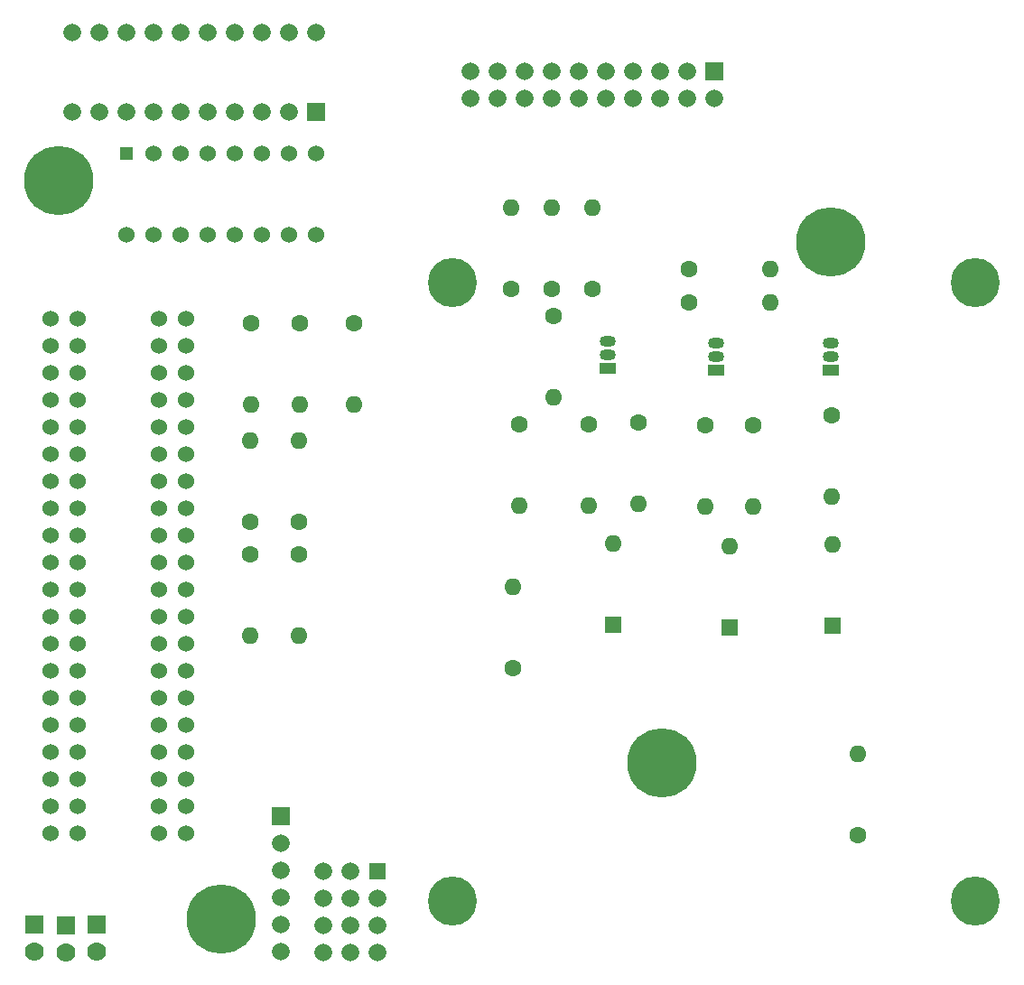
<source format=gbs>
G04 #@! TF.GenerationSoftware,KiCad,Pcbnew,(5.1.10-1-10_14)*
G04 #@! TF.CreationDate,2022-06-07T23:14:09-07:00*
G04 #@! TF.ProjectId,Control_Boards,436f6e74-726f-46c5-9f42-6f617264732e,rev?*
G04 #@! TF.SameCoordinates,Original*
G04 #@! TF.FileFunction,Soldermask,Bot*
G04 #@! TF.FilePolarity,Negative*
%FSLAX46Y46*%
G04 Gerber Fmt 4.6, Leading zero omitted, Abs format (unit mm)*
G04 Created by KiCad (PCBNEW (5.1.10-1-10_14)) date 2022-06-07 23:14:09*
%MOMM*%
%LPD*%
G01*
G04 APERTURE LIST*
%ADD10O,1.600000X1.600000*%
%ADD11C,1.600000*%
%ADD12C,1.670000*%
%ADD13R,1.670000X1.670000*%
%ADD14C,6.500000*%
%ADD15C,4.600000*%
%ADD16C,1.524000*%
%ADD17R,1.600000X1.600000*%
%ADD18R,1.300000X1.300000*%
%ADD19R,1.778000X1.778000*%
%ADD20C,1.778000*%
%ADD21R,1.524000X1.524000*%
%ADD22R,1.500000X1.050000*%
%ADD23O,1.500000X1.050000*%
G04 APERTURE END LIST*
D10*
X83820000Y-73660000D03*
D11*
X83820000Y-81280000D03*
D10*
X88392000Y-91948000D03*
D11*
X88392000Y-84328000D03*
D10*
X88392000Y-73660000D03*
D11*
X88392000Y-81280000D03*
D10*
X83820000Y-91948000D03*
D11*
X83820000Y-84328000D03*
D10*
X132588000Y-57531000D03*
D11*
X124968000Y-57531000D03*
D10*
X132588000Y-60706000D03*
D11*
X124968000Y-60706000D03*
D10*
X112268000Y-69596000D03*
D11*
X112268000Y-61976000D03*
D12*
X86741000Y-121602500D03*
X86741000Y-119062500D03*
X86741000Y-116522500D03*
X86741000Y-113982500D03*
X86741000Y-111442500D03*
D13*
X86741000Y-108902500D03*
D14*
X65913000Y-49276000D03*
X138303000Y-54991000D03*
X122428000Y-103886000D03*
X81153000Y-118491000D03*
D13*
X127381000Y-39052500D03*
D12*
X127381000Y-41592500D03*
X124841000Y-39052500D03*
X124841000Y-41592500D03*
X122301000Y-39052500D03*
X122301000Y-41592500D03*
X119761000Y-39052500D03*
X119761000Y-41592500D03*
X117221000Y-39052500D03*
X117221000Y-41592500D03*
X114681000Y-39052500D03*
X114681000Y-41592500D03*
X112141000Y-39052500D03*
X112141000Y-41592500D03*
X109601000Y-39052500D03*
X109601000Y-41592500D03*
X107061000Y-39052500D03*
X107061000Y-41592500D03*
X104521000Y-39052500D03*
X104521000Y-41592500D03*
X67183000Y-35362500D03*
X69723000Y-35362500D03*
X72263000Y-35362500D03*
X74803000Y-35362500D03*
X77343000Y-35362500D03*
X79883000Y-35362500D03*
X82423000Y-35362500D03*
X84963000Y-35362500D03*
X87503000Y-35362500D03*
X90043000Y-35362500D03*
X67183000Y-42862500D03*
X69723000Y-42862500D03*
X72263000Y-42862500D03*
X74803000Y-42862500D03*
X77343000Y-42862500D03*
X79883000Y-42862500D03*
X82423000Y-42862500D03*
X84963000Y-42862500D03*
X87503000Y-42862500D03*
D13*
X90043000Y-42862500D03*
D15*
X151821000Y-58832500D03*
X102821000Y-58832500D03*
X102821000Y-116832500D03*
X151821000Y-116832500D03*
D16*
X77851000Y-110451900D03*
X75311000Y-110451900D03*
X77851000Y-107911900D03*
X75311000Y-107911900D03*
X77851000Y-105371900D03*
X75311000Y-105371900D03*
X77851000Y-102831900D03*
X75311000Y-102831900D03*
X77851000Y-100291900D03*
X75311000Y-100291900D03*
X77851000Y-97751900D03*
X75311000Y-97751900D03*
X77851000Y-95211900D03*
X75311000Y-95211900D03*
X77851000Y-92671900D03*
X75311000Y-92671900D03*
X77851000Y-90131900D03*
X75311000Y-90131900D03*
X77851000Y-87591900D03*
X75311000Y-87591900D03*
X77851000Y-85051900D03*
X75311000Y-85051900D03*
X77851000Y-82511900D03*
X75311000Y-82511900D03*
X77851000Y-79971900D03*
X75311000Y-79971900D03*
X77851000Y-77431900D03*
X75311000Y-77431900D03*
X77851000Y-74891900D03*
X75311000Y-74891900D03*
X77851000Y-72351900D03*
X75311000Y-72351900D03*
X77851000Y-69811900D03*
X75311000Y-69811900D03*
X77851000Y-67271900D03*
X75311000Y-67271900D03*
X77851000Y-64731900D03*
X75311000Y-64731900D03*
X77851000Y-62191900D03*
X75311000Y-62191900D03*
X67691000Y-110451900D03*
X65151000Y-110451900D03*
X67691000Y-107911900D03*
X65151000Y-107911900D03*
X67691000Y-105371900D03*
X65151000Y-105371900D03*
X67691000Y-102831900D03*
X65151000Y-102831900D03*
X67691000Y-100291900D03*
X65151000Y-100291900D03*
X67691000Y-97751900D03*
X65151000Y-97751900D03*
X67691000Y-95211900D03*
X65151000Y-95211900D03*
X67691000Y-92671900D03*
X65151000Y-92671900D03*
X67691000Y-90131900D03*
X65151000Y-90131900D03*
X67691000Y-87591900D03*
X65151000Y-87591900D03*
X67691000Y-85051900D03*
X65151000Y-85051900D03*
X67691000Y-82511900D03*
X65151000Y-82511900D03*
X67691000Y-79971900D03*
X65151000Y-79971900D03*
X67691000Y-77431900D03*
X65151000Y-77431900D03*
X67691000Y-74891900D03*
X65151000Y-74891900D03*
X67691000Y-72351900D03*
X65151000Y-72351900D03*
X67691000Y-69811900D03*
X65151000Y-69811900D03*
X67691000Y-67271900D03*
X65151000Y-67271900D03*
X67691000Y-64731900D03*
X65151000Y-64731900D03*
X67691000Y-62191900D03*
X65151000Y-62191900D03*
D10*
X138430000Y-83398326D03*
D17*
X138430000Y-91018326D03*
D10*
X117880499Y-83317317D03*
D17*
X117880499Y-90937317D03*
D10*
X128778000Y-83566000D03*
D17*
X128778000Y-91186000D03*
D16*
X90043000Y-54356000D03*
X90043000Y-46736000D03*
X87503000Y-54356000D03*
X87503000Y-46736000D03*
X84963000Y-54356000D03*
X84963000Y-46736000D03*
X82423000Y-54356000D03*
X82423000Y-46736000D03*
X79883000Y-54356000D03*
X79883000Y-46736000D03*
X77343000Y-54356000D03*
X77343000Y-46736000D03*
X74803000Y-54356000D03*
X74803000Y-46736000D03*
X72263000Y-54356000D03*
D18*
X72263000Y-46736000D03*
D19*
X63627000Y-119062500D03*
D20*
X63627000Y-121602500D03*
D19*
X66550999Y-119079901D03*
D20*
X66550999Y-121619901D03*
D19*
X69469000Y-119062500D03*
D20*
X69469000Y-121602500D03*
D12*
X90678000Y-121666000D03*
X93218000Y-121666000D03*
X95758000Y-121666000D03*
X90678000Y-119126000D03*
X93218000Y-119126000D03*
X95758000Y-119126000D03*
X90678000Y-116586000D03*
X93218000Y-116586000D03*
X95758000Y-116586000D03*
X90678000Y-114046000D03*
D21*
X95758000Y-114046000D03*
D12*
X93218000Y-114046000D03*
D22*
X138303000Y-67056000D03*
D23*
X138303000Y-64516000D03*
X138303000Y-65786000D03*
D22*
X117347099Y-66883517D03*
D23*
X117347099Y-64343517D03*
X117347099Y-65613517D03*
D22*
X127555084Y-67056000D03*
D23*
X127555084Y-64516000D03*
X127555084Y-65786000D03*
D10*
X109093000Y-79756000D03*
D11*
X109093000Y-72136000D03*
D10*
X140843000Y-103060500D03*
D11*
X140843000Y-110680500D03*
D10*
X83947000Y-70294500D03*
D11*
X83947000Y-62674500D03*
D10*
X88519000Y-70294500D03*
D11*
X88519000Y-62674500D03*
D10*
X93599000Y-70294500D03*
D11*
X93599000Y-62674500D03*
D10*
X138328400Y-78877126D03*
D11*
X138328400Y-71257126D03*
D10*
X120242699Y-79558117D03*
D11*
X120242699Y-71938117D03*
D10*
X130984084Y-79796250D03*
D11*
X130984084Y-72176250D03*
D10*
X108331000Y-51816000D03*
D11*
X108331000Y-59436000D03*
D10*
X112141000Y-51816000D03*
D11*
X112141000Y-59436000D03*
D10*
X115951000Y-51816000D03*
D11*
X115951000Y-59436000D03*
D10*
X115594499Y-79710517D03*
D11*
X115594499Y-72090517D03*
D10*
X126488284Y-79821650D03*
D11*
X126488284Y-72201650D03*
D10*
X108458000Y-87376000D03*
D11*
X108458000Y-94996000D03*
M02*

</source>
